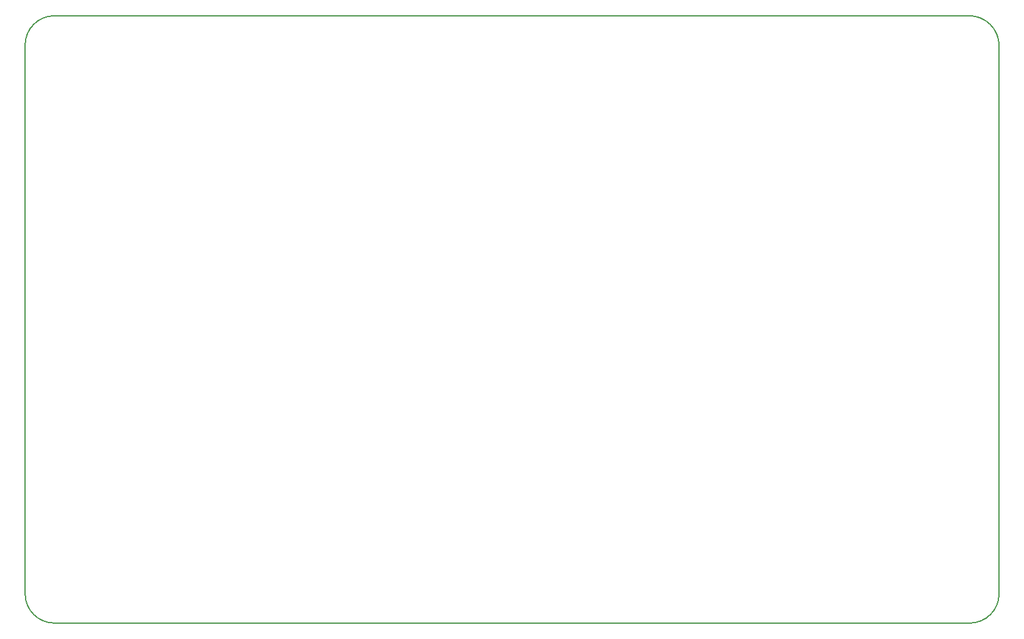
<source format=gbr>
%TF.GenerationSoftware,KiCad,Pcbnew,7.0.7*%
%TF.CreationDate,2023-11-07T19:48:15-06:00*%
%TF.ProjectId,CoreBoard_Rev1,436f7265-426f-4617-9264-5f526576312e,rev?*%
%TF.SameCoordinates,Original*%
%TF.FileFunction,Profile,NP*%
%FSLAX46Y46*%
G04 Gerber Fmt 4.6, Leading zero omitted, Abs format (unit mm)*
G04 Created by KiCad (PCBNEW 7.0.7) date 2023-11-07 19:48:15*
%MOMM*%
%LPD*%
G01*
G04 APERTURE LIST*
%TA.AperFunction,Profile*%
%ADD10C,0.200000*%
%TD*%
G04 APERTURE END LIST*
D10*
X197866000Y-116586000D02*
X70866000Y-116586000D01*
X197786318Y-32258000D02*
X70866000Y-32258000D01*
X201930000Y-112522000D02*
X201930000Y-36401682D01*
X201930000Y-36401682D02*
G75*
G03*
X197786318Y-32258000I-4143700J-18D01*
G01*
X197866000Y-116586000D02*
G75*
G03*
X201930000Y-112522000I0J4064000D01*
G01*
X70866000Y-32258000D02*
G75*
G03*
X66802000Y-36322000I0J-4064000D01*
G01*
X66802000Y-112522000D02*
X66802000Y-36322000D01*
X66802000Y-112522000D02*
G75*
G03*
X70866000Y-116586000I4064000J0D01*
G01*
M02*

</source>
